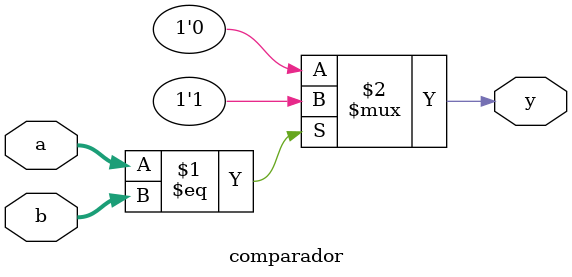
<source format=v>
module comparador (  input [7:0] a,b,
							output y		);

assign y = (a == b) ? 1'b1 : 1'b0;
			
endmodule

</source>
